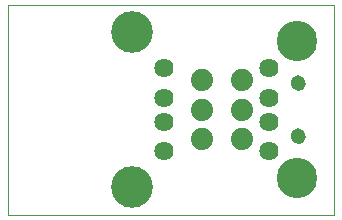
<source format=gts>
G75*
G70*
%OFA0B0*%
%FSLAX24Y24*%
%IPPOS*%
%LPD*%
%AMOC8*
5,1,8,0,0,1.08239X$1,22.5*
%
%ADD10C,0.0000*%
%ADD11C,0.0640*%
%ADD12C,0.1390*%
%ADD13C,0.1346*%
%ADD14C,0.0513*%
%ADD15C,0.0740*%
D10*
X001030Y000655D02*
X001030Y007655D01*
X011905Y007655D01*
X011905Y000655D01*
X001030Y000655D01*
X010477Y003269D02*
X010479Y003298D01*
X010485Y003326D01*
X010494Y003354D01*
X010507Y003380D01*
X010524Y003403D01*
X010543Y003425D01*
X010565Y003444D01*
X010590Y003459D01*
X010616Y003472D01*
X010644Y003480D01*
X010672Y003485D01*
X010701Y003486D01*
X010730Y003483D01*
X010758Y003476D01*
X010785Y003466D01*
X010811Y003452D01*
X010834Y003435D01*
X010855Y003415D01*
X010873Y003392D01*
X010888Y003367D01*
X010899Y003340D01*
X010907Y003312D01*
X010911Y003283D01*
X010911Y003255D01*
X010907Y003226D01*
X010899Y003198D01*
X010888Y003171D01*
X010873Y003146D01*
X010855Y003123D01*
X010834Y003103D01*
X010811Y003086D01*
X010785Y003072D01*
X010758Y003062D01*
X010730Y003055D01*
X010701Y003052D01*
X010672Y003053D01*
X010644Y003058D01*
X010616Y003066D01*
X010590Y003079D01*
X010565Y003094D01*
X010543Y003113D01*
X010524Y003135D01*
X010507Y003158D01*
X010494Y003184D01*
X010485Y003212D01*
X010479Y003240D01*
X010477Y003269D01*
X010477Y005041D02*
X010479Y005070D01*
X010485Y005098D01*
X010494Y005126D01*
X010507Y005152D01*
X010524Y005175D01*
X010543Y005197D01*
X010565Y005216D01*
X010590Y005231D01*
X010616Y005244D01*
X010644Y005252D01*
X010672Y005257D01*
X010701Y005258D01*
X010730Y005255D01*
X010758Y005248D01*
X010785Y005238D01*
X010811Y005224D01*
X010834Y005207D01*
X010855Y005187D01*
X010873Y005164D01*
X010888Y005139D01*
X010899Y005112D01*
X010907Y005084D01*
X010911Y005055D01*
X010911Y005027D01*
X010907Y004998D01*
X010899Y004970D01*
X010888Y004943D01*
X010873Y004918D01*
X010855Y004895D01*
X010834Y004875D01*
X010811Y004858D01*
X010785Y004844D01*
X010758Y004834D01*
X010730Y004827D01*
X010701Y004824D01*
X010672Y004825D01*
X010644Y004830D01*
X010616Y004838D01*
X010590Y004851D01*
X010565Y004866D01*
X010543Y004885D01*
X010524Y004907D01*
X010507Y004930D01*
X010494Y004956D01*
X010485Y004984D01*
X010479Y005012D01*
X010477Y005041D01*
D11*
X009710Y005533D03*
X009710Y004549D03*
X009710Y003761D03*
X009710Y002777D03*
X006225Y002780D03*
X006225Y003760D03*
X006225Y004550D03*
X006225Y005530D03*
D12*
X005155Y006740D03*
X005155Y001570D03*
D13*
X010655Y001872D03*
X010655Y006439D03*
D14*
X010694Y005041D03*
X010694Y003269D03*
D15*
X008824Y003171D03*
X007486Y003171D03*
X007486Y004155D03*
X008824Y004155D03*
X008824Y005139D03*
X007486Y005139D03*
M02*

</source>
